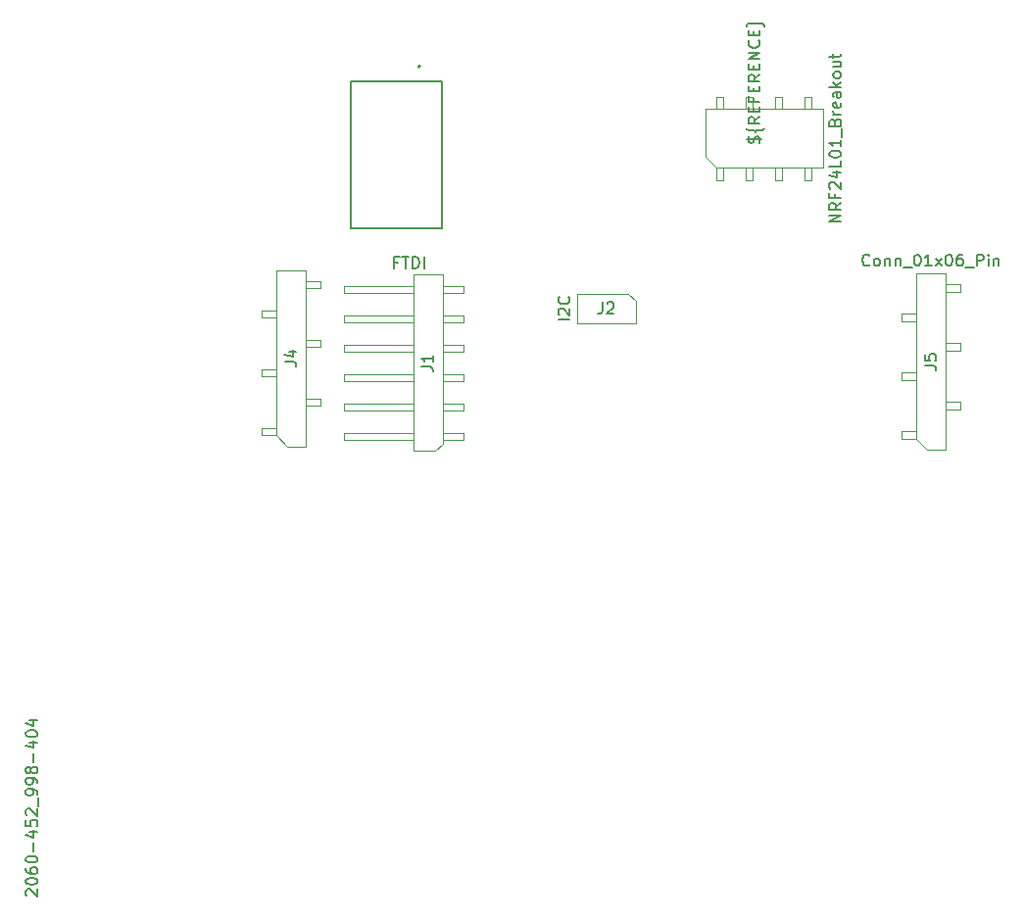
<source format=gbr>
%TF.GenerationSoftware,KiCad,Pcbnew,9.0.5-9.0.5~ubuntu24.04.1*%
%TF.CreationDate,2025-11-18T16:55:04+01:00*%
%TF.ProjectId,Nodo 2 MySensor,4e6f646f-2032-4204-9d79-53656e736f72,rev?*%
%TF.SameCoordinates,Original*%
%TF.FileFunction,AssemblyDrawing,Top*%
%FSLAX46Y46*%
G04 Gerber Fmt 4.6, Leading zero omitted, Abs format (unit mm)*
G04 Created by KiCad (PCBNEW 9.0.5-9.0.5~ubuntu24.04.1) date 2025-11-18 16:55:04*
%MOMM*%
%LPD*%
G01*
G04 APERTURE LIST*
%ADD10C,0.150000*%
%ADD11C,0.127000*%
%ADD12C,0.200000*%
%ADD13C,0.100000*%
G04 APERTURE END LIST*
D10*
X127197200Y-72094285D02*
X127244819Y-71951428D01*
X127244819Y-71951428D02*
X127244819Y-71713333D01*
X127244819Y-71713333D02*
X127197200Y-71618095D01*
X127197200Y-71618095D02*
X127149580Y-71570476D01*
X127149580Y-71570476D02*
X127054342Y-71522857D01*
X127054342Y-71522857D02*
X126959104Y-71522857D01*
X126959104Y-71522857D02*
X126863866Y-71570476D01*
X126863866Y-71570476D02*
X126816247Y-71618095D01*
X126816247Y-71618095D02*
X126768628Y-71713333D01*
X126768628Y-71713333D02*
X126721009Y-71903809D01*
X126721009Y-71903809D02*
X126673390Y-71999047D01*
X126673390Y-71999047D02*
X126625771Y-72046666D01*
X126625771Y-72046666D02*
X126530533Y-72094285D01*
X126530533Y-72094285D02*
X126435295Y-72094285D01*
X126435295Y-72094285D02*
X126340057Y-72046666D01*
X126340057Y-72046666D02*
X126292438Y-71999047D01*
X126292438Y-71999047D02*
X126244819Y-71903809D01*
X126244819Y-71903809D02*
X126244819Y-71665714D01*
X126244819Y-71665714D02*
X126292438Y-71522857D01*
X126101961Y-71808571D02*
X127387676Y-71808571D01*
X127625771Y-70808571D02*
X127625771Y-70856190D01*
X127625771Y-70856190D02*
X127578152Y-70951428D01*
X127578152Y-70951428D02*
X127482914Y-70999047D01*
X127482914Y-70999047D02*
X127006723Y-70999047D01*
X127006723Y-70999047D02*
X126911485Y-71046666D01*
X126911485Y-71046666D02*
X126863866Y-71141904D01*
X126863866Y-71141904D02*
X126816247Y-71046666D01*
X126816247Y-71046666D02*
X126721009Y-70999047D01*
X126721009Y-70999047D02*
X126244819Y-70999047D01*
X126244819Y-70999047D02*
X126149580Y-70951428D01*
X126149580Y-70951428D02*
X126101961Y-70856190D01*
X126101961Y-70856190D02*
X126101961Y-70808571D01*
X127244819Y-69856190D02*
X126768628Y-70189523D01*
X127244819Y-70427618D02*
X126244819Y-70427618D01*
X126244819Y-70427618D02*
X126244819Y-70046666D01*
X126244819Y-70046666D02*
X126292438Y-69951428D01*
X126292438Y-69951428D02*
X126340057Y-69903809D01*
X126340057Y-69903809D02*
X126435295Y-69856190D01*
X126435295Y-69856190D02*
X126578152Y-69856190D01*
X126578152Y-69856190D02*
X126673390Y-69903809D01*
X126673390Y-69903809D02*
X126721009Y-69951428D01*
X126721009Y-69951428D02*
X126768628Y-70046666D01*
X126768628Y-70046666D02*
X126768628Y-70427618D01*
X126721009Y-69427618D02*
X126721009Y-69094285D01*
X127244819Y-68951428D02*
X127244819Y-69427618D01*
X127244819Y-69427618D02*
X126244819Y-69427618D01*
X126244819Y-69427618D02*
X126244819Y-68951428D01*
X126721009Y-68189523D02*
X126721009Y-68522856D01*
X127244819Y-68522856D02*
X126244819Y-68522856D01*
X126244819Y-68522856D02*
X126244819Y-68046666D01*
X126721009Y-67665713D02*
X126721009Y-67332380D01*
X127244819Y-67189523D02*
X127244819Y-67665713D01*
X127244819Y-67665713D02*
X126244819Y-67665713D01*
X126244819Y-67665713D02*
X126244819Y-67189523D01*
X127244819Y-66189523D02*
X126768628Y-66522856D01*
X127244819Y-66760951D02*
X126244819Y-66760951D01*
X126244819Y-66760951D02*
X126244819Y-66379999D01*
X126244819Y-66379999D02*
X126292438Y-66284761D01*
X126292438Y-66284761D02*
X126340057Y-66237142D01*
X126340057Y-66237142D02*
X126435295Y-66189523D01*
X126435295Y-66189523D02*
X126578152Y-66189523D01*
X126578152Y-66189523D02*
X126673390Y-66237142D01*
X126673390Y-66237142D02*
X126721009Y-66284761D01*
X126721009Y-66284761D02*
X126768628Y-66379999D01*
X126768628Y-66379999D02*
X126768628Y-66760951D01*
X126721009Y-65760951D02*
X126721009Y-65427618D01*
X127244819Y-65284761D02*
X127244819Y-65760951D01*
X127244819Y-65760951D02*
X126244819Y-65760951D01*
X126244819Y-65760951D02*
X126244819Y-65284761D01*
X127244819Y-64856189D02*
X126244819Y-64856189D01*
X126244819Y-64856189D02*
X127244819Y-64284761D01*
X127244819Y-64284761D02*
X126244819Y-64284761D01*
X127149580Y-63237142D02*
X127197200Y-63284761D01*
X127197200Y-63284761D02*
X127244819Y-63427618D01*
X127244819Y-63427618D02*
X127244819Y-63522856D01*
X127244819Y-63522856D02*
X127197200Y-63665713D01*
X127197200Y-63665713D02*
X127101961Y-63760951D01*
X127101961Y-63760951D02*
X127006723Y-63808570D01*
X127006723Y-63808570D02*
X126816247Y-63856189D01*
X126816247Y-63856189D02*
X126673390Y-63856189D01*
X126673390Y-63856189D02*
X126482914Y-63808570D01*
X126482914Y-63808570D02*
X126387676Y-63760951D01*
X126387676Y-63760951D02*
X126292438Y-63665713D01*
X126292438Y-63665713D02*
X126244819Y-63522856D01*
X126244819Y-63522856D02*
X126244819Y-63427618D01*
X126244819Y-63427618D02*
X126292438Y-63284761D01*
X126292438Y-63284761D02*
X126340057Y-63237142D01*
X126721009Y-62808570D02*
X126721009Y-62475237D01*
X127244819Y-62332380D02*
X127244819Y-62808570D01*
X127244819Y-62808570D02*
X126244819Y-62808570D01*
X126244819Y-62808570D02*
X126244819Y-62332380D01*
X127625771Y-61999046D02*
X127625771Y-61951427D01*
X127625771Y-61951427D02*
X127578152Y-61856189D01*
X127578152Y-61856189D02*
X127482914Y-61808570D01*
X127482914Y-61808570D02*
X127006723Y-61808570D01*
X127006723Y-61808570D02*
X126911485Y-61760951D01*
X126911485Y-61760951D02*
X126863866Y-61665713D01*
X126863866Y-61665713D02*
X126816247Y-61760951D01*
X126816247Y-61760951D02*
X126721009Y-61808570D01*
X126721009Y-61808570D02*
X126244819Y-61808570D01*
X126244819Y-61808570D02*
X126149580Y-61856189D01*
X126149580Y-61856189D02*
X126101961Y-61951427D01*
X126101961Y-61951427D02*
X126101961Y-61999046D01*
X63925057Y-137151547D02*
X63877438Y-137103928D01*
X63877438Y-137103928D02*
X63829819Y-137008690D01*
X63829819Y-137008690D02*
X63829819Y-136770595D01*
X63829819Y-136770595D02*
X63877438Y-136675357D01*
X63877438Y-136675357D02*
X63925057Y-136627738D01*
X63925057Y-136627738D02*
X64020295Y-136580119D01*
X64020295Y-136580119D02*
X64115533Y-136580119D01*
X64115533Y-136580119D02*
X64258390Y-136627738D01*
X64258390Y-136627738D02*
X64829819Y-137199166D01*
X64829819Y-137199166D02*
X64829819Y-136580119D01*
X63829819Y-135961071D02*
X63829819Y-135865833D01*
X63829819Y-135865833D02*
X63877438Y-135770595D01*
X63877438Y-135770595D02*
X63925057Y-135722976D01*
X63925057Y-135722976D02*
X64020295Y-135675357D01*
X64020295Y-135675357D02*
X64210771Y-135627738D01*
X64210771Y-135627738D02*
X64448866Y-135627738D01*
X64448866Y-135627738D02*
X64639342Y-135675357D01*
X64639342Y-135675357D02*
X64734580Y-135722976D01*
X64734580Y-135722976D02*
X64782200Y-135770595D01*
X64782200Y-135770595D02*
X64829819Y-135865833D01*
X64829819Y-135865833D02*
X64829819Y-135961071D01*
X64829819Y-135961071D02*
X64782200Y-136056309D01*
X64782200Y-136056309D02*
X64734580Y-136103928D01*
X64734580Y-136103928D02*
X64639342Y-136151547D01*
X64639342Y-136151547D02*
X64448866Y-136199166D01*
X64448866Y-136199166D02*
X64210771Y-136199166D01*
X64210771Y-136199166D02*
X64020295Y-136151547D01*
X64020295Y-136151547D02*
X63925057Y-136103928D01*
X63925057Y-136103928D02*
X63877438Y-136056309D01*
X63877438Y-136056309D02*
X63829819Y-135961071D01*
X63829819Y-134770595D02*
X63829819Y-134961071D01*
X63829819Y-134961071D02*
X63877438Y-135056309D01*
X63877438Y-135056309D02*
X63925057Y-135103928D01*
X63925057Y-135103928D02*
X64067914Y-135199166D01*
X64067914Y-135199166D02*
X64258390Y-135246785D01*
X64258390Y-135246785D02*
X64639342Y-135246785D01*
X64639342Y-135246785D02*
X64734580Y-135199166D01*
X64734580Y-135199166D02*
X64782200Y-135151547D01*
X64782200Y-135151547D02*
X64829819Y-135056309D01*
X64829819Y-135056309D02*
X64829819Y-134865833D01*
X64829819Y-134865833D02*
X64782200Y-134770595D01*
X64782200Y-134770595D02*
X64734580Y-134722976D01*
X64734580Y-134722976D02*
X64639342Y-134675357D01*
X64639342Y-134675357D02*
X64401247Y-134675357D01*
X64401247Y-134675357D02*
X64306009Y-134722976D01*
X64306009Y-134722976D02*
X64258390Y-134770595D01*
X64258390Y-134770595D02*
X64210771Y-134865833D01*
X64210771Y-134865833D02*
X64210771Y-135056309D01*
X64210771Y-135056309D02*
X64258390Y-135151547D01*
X64258390Y-135151547D02*
X64306009Y-135199166D01*
X64306009Y-135199166D02*
X64401247Y-135246785D01*
X63829819Y-134056309D02*
X63829819Y-133961071D01*
X63829819Y-133961071D02*
X63877438Y-133865833D01*
X63877438Y-133865833D02*
X63925057Y-133818214D01*
X63925057Y-133818214D02*
X64020295Y-133770595D01*
X64020295Y-133770595D02*
X64210771Y-133722976D01*
X64210771Y-133722976D02*
X64448866Y-133722976D01*
X64448866Y-133722976D02*
X64639342Y-133770595D01*
X64639342Y-133770595D02*
X64734580Y-133818214D01*
X64734580Y-133818214D02*
X64782200Y-133865833D01*
X64782200Y-133865833D02*
X64829819Y-133961071D01*
X64829819Y-133961071D02*
X64829819Y-134056309D01*
X64829819Y-134056309D02*
X64782200Y-134151547D01*
X64782200Y-134151547D02*
X64734580Y-134199166D01*
X64734580Y-134199166D02*
X64639342Y-134246785D01*
X64639342Y-134246785D02*
X64448866Y-134294404D01*
X64448866Y-134294404D02*
X64210771Y-134294404D01*
X64210771Y-134294404D02*
X64020295Y-134246785D01*
X64020295Y-134246785D02*
X63925057Y-134199166D01*
X63925057Y-134199166D02*
X63877438Y-134151547D01*
X63877438Y-134151547D02*
X63829819Y-134056309D01*
X64448866Y-133294404D02*
X64448866Y-132532500D01*
X64163152Y-131627738D02*
X64829819Y-131627738D01*
X63782200Y-131865833D02*
X64496485Y-132103928D01*
X64496485Y-132103928D02*
X64496485Y-131484881D01*
X63829819Y-130627738D02*
X63829819Y-131103928D01*
X63829819Y-131103928D02*
X64306009Y-131151547D01*
X64306009Y-131151547D02*
X64258390Y-131103928D01*
X64258390Y-131103928D02*
X64210771Y-131008690D01*
X64210771Y-131008690D02*
X64210771Y-130770595D01*
X64210771Y-130770595D02*
X64258390Y-130675357D01*
X64258390Y-130675357D02*
X64306009Y-130627738D01*
X64306009Y-130627738D02*
X64401247Y-130580119D01*
X64401247Y-130580119D02*
X64639342Y-130580119D01*
X64639342Y-130580119D02*
X64734580Y-130627738D01*
X64734580Y-130627738D02*
X64782200Y-130675357D01*
X64782200Y-130675357D02*
X64829819Y-130770595D01*
X64829819Y-130770595D02*
X64829819Y-131008690D01*
X64829819Y-131008690D02*
X64782200Y-131103928D01*
X64782200Y-131103928D02*
X64734580Y-131151547D01*
X63925057Y-130199166D02*
X63877438Y-130151547D01*
X63877438Y-130151547D02*
X63829819Y-130056309D01*
X63829819Y-130056309D02*
X63829819Y-129818214D01*
X63829819Y-129818214D02*
X63877438Y-129722976D01*
X63877438Y-129722976D02*
X63925057Y-129675357D01*
X63925057Y-129675357D02*
X64020295Y-129627738D01*
X64020295Y-129627738D02*
X64115533Y-129627738D01*
X64115533Y-129627738D02*
X64258390Y-129675357D01*
X64258390Y-129675357D02*
X64829819Y-130246785D01*
X64829819Y-130246785D02*
X64829819Y-129627738D01*
X64925057Y-129437262D02*
X64925057Y-128675357D01*
X64829819Y-128389642D02*
X64829819Y-128199166D01*
X64829819Y-128199166D02*
X64782200Y-128103928D01*
X64782200Y-128103928D02*
X64734580Y-128056309D01*
X64734580Y-128056309D02*
X64591723Y-127961071D01*
X64591723Y-127961071D02*
X64401247Y-127913452D01*
X64401247Y-127913452D02*
X64020295Y-127913452D01*
X64020295Y-127913452D02*
X63925057Y-127961071D01*
X63925057Y-127961071D02*
X63877438Y-128008690D01*
X63877438Y-128008690D02*
X63829819Y-128103928D01*
X63829819Y-128103928D02*
X63829819Y-128294404D01*
X63829819Y-128294404D02*
X63877438Y-128389642D01*
X63877438Y-128389642D02*
X63925057Y-128437261D01*
X63925057Y-128437261D02*
X64020295Y-128484880D01*
X64020295Y-128484880D02*
X64258390Y-128484880D01*
X64258390Y-128484880D02*
X64353628Y-128437261D01*
X64353628Y-128437261D02*
X64401247Y-128389642D01*
X64401247Y-128389642D02*
X64448866Y-128294404D01*
X64448866Y-128294404D02*
X64448866Y-128103928D01*
X64448866Y-128103928D02*
X64401247Y-128008690D01*
X64401247Y-128008690D02*
X64353628Y-127961071D01*
X64353628Y-127961071D02*
X64258390Y-127913452D01*
X64829819Y-127437261D02*
X64829819Y-127246785D01*
X64829819Y-127246785D02*
X64782200Y-127151547D01*
X64782200Y-127151547D02*
X64734580Y-127103928D01*
X64734580Y-127103928D02*
X64591723Y-127008690D01*
X64591723Y-127008690D02*
X64401247Y-126961071D01*
X64401247Y-126961071D02*
X64020295Y-126961071D01*
X64020295Y-126961071D02*
X63925057Y-127008690D01*
X63925057Y-127008690D02*
X63877438Y-127056309D01*
X63877438Y-127056309D02*
X63829819Y-127151547D01*
X63829819Y-127151547D02*
X63829819Y-127342023D01*
X63829819Y-127342023D02*
X63877438Y-127437261D01*
X63877438Y-127437261D02*
X63925057Y-127484880D01*
X63925057Y-127484880D02*
X64020295Y-127532499D01*
X64020295Y-127532499D02*
X64258390Y-127532499D01*
X64258390Y-127532499D02*
X64353628Y-127484880D01*
X64353628Y-127484880D02*
X64401247Y-127437261D01*
X64401247Y-127437261D02*
X64448866Y-127342023D01*
X64448866Y-127342023D02*
X64448866Y-127151547D01*
X64448866Y-127151547D02*
X64401247Y-127056309D01*
X64401247Y-127056309D02*
X64353628Y-127008690D01*
X64353628Y-127008690D02*
X64258390Y-126961071D01*
X64258390Y-126389642D02*
X64210771Y-126484880D01*
X64210771Y-126484880D02*
X64163152Y-126532499D01*
X64163152Y-126532499D02*
X64067914Y-126580118D01*
X64067914Y-126580118D02*
X64020295Y-126580118D01*
X64020295Y-126580118D02*
X63925057Y-126532499D01*
X63925057Y-126532499D02*
X63877438Y-126484880D01*
X63877438Y-126484880D02*
X63829819Y-126389642D01*
X63829819Y-126389642D02*
X63829819Y-126199166D01*
X63829819Y-126199166D02*
X63877438Y-126103928D01*
X63877438Y-126103928D02*
X63925057Y-126056309D01*
X63925057Y-126056309D02*
X64020295Y-126008690D01*
X64020295Y-126008690D02*
X64067914Y-126008690D01*
X64067914Y-126008690D02*
X64163152Y-126056309D01*
X64163152Y-126056309D02*
X64210771Y-126103928D01*
X64210771Y-126103928D02*
X64258390Y-126199166D01*
X64258390Y-126199166D02*
X64258390Y-126389642D01*
X64258390Y-126389642D02*
X64306009Y-126484880D01*
X64306009Y-126484880D02*
X64353628Y-126532499D01*
X64353628Y-126532499D02*
X64448866Y-126580118D01*
X64448866Y-126580118D02*
X64639342Y-126580118D01*
X64639342Y-126580118D02*
X64734580Y-126532499D01*
X64734580Y-126532499D02*
X64782200Y-126484880D01*
X64782200Y-126484880D02*
X64829819Y-126389642D01*
X64829819Y-126389642D02*
X64829819Y-126199166D01*
X64829819Y-126199166D02*
X64782200Y-126103928D01*
X64782200Y-126103928D02*
X64734580Y-126056309D01*
X64734580Y-126056309D02*
X64639342Y-126008690D01*
X64639342Y-126008690D02*
X64448866Y-126008690D01*
X64448866Y-126008690D02*
X64353628Y-126056309D01*
X64353628Y-126056309D02*
X64306009Y-126103928D01*
X64306009Y-126103928D02*
X64258390Y-126199166D01*
X64448866Y-125580118D02*
X64448866Y-124818214D01*
X64163152Y-123913452D02*
X64829819Y-123913452D01*
X63782200Y-124151547D02*
X64496485Y-124389642D01*
X64496485Y-124389642D02*
X64496485Y-123770595D01*
X63829819Y-123199166D02*
X63829819Y-123103928D01*
X63829819Y-123103928D02*
X63877438Y-123008690D01*
X63877438Y-123008690D02*
X63925057Y-122961071D01*
X63925057Y-122961071D02*
X64020295Y-122913452D01*
X64020295Y-122913452D02*
X64210771Y-122865833D01*
X64210771Y-122865833D02*
X64448866Y-122865833D01*
X64448866Y-122865833D02*
X64639342Y-122913452D01*
X64639342Y-122913452D02*
X64734580Y-122961071D01*
X64734580Y-122961071D02*
X64782200Y-123008690D01*
X64782200Y-123008690D02*
X64829819Y-123103928D01*
X64829819Y-123103928D02*
X64829819Y-123199166D01*
X64829819Y-123199166D02*
X64782200Y-123294404D01*
X64782200Y-123294404D02*
X64734580Y-123342023D01*
X64734580Y-123342023D02*
X64639342Y-123389642D01*
X64639342Y-123389642D02*
X64448866Y-123437261D01*
X64448866Y-123437261D02*
X64210771Y-123437261D01*
X64210771Y-123437261D02*
X64020295Y-123389642D01*
X64020295Y-123389642D02*
X63925057Y-123342023D01*
X63925057Y-123342023D02*
X63877438Y-123294404D01*
X63877438Y-123294404D02*
X63829819Y-123199166D01*
X64163152Y-122008690D02*
X64829819Y-122008690D01*
X63782200Y-122246785D02*
X64496485Y-122484880D01*
X64496485Y-122484880D02*
X64496485Y-121865833D01*
X110824819Y-87387189D02*
X109824819Y-87387189D01*
X109920057Y-86958618D02*
X109872438Y-86910999D01*
X109872438Y-86910999D02*
X109824819Y-86815761D01*
X109824819Y-86815761D02*
X109824819Y-86577666D01*
X109824819Y-86577666D02*
X109872438Y-86482428D01*
X109872438Y-86482428D02*
X109920057Y-86434809D01*
X109920057Y-86434809D02*
X110015295Y-86387190D01*
X110015295Y-86387190D02*
X110110533Y-86387190D01*
X110110533Y-86387190D02*
X110253390Y-86434809D01*
X110253390Y-86434809D02*
X110824819Y-87006237D01*
X110824819Y-87006237D02*
X110824819Y-86387190D01*
X110729580Y-85387190D02*
X110777200Y-85434809D01*
X110777200Y-85434809D02*
X110824819Y-85577666D01*
X110824819Y-85577666D02*
X110824819Y-85672904D01*
X110824819Y-85672904D02*
X110777200Y-85815761D01*
X110777200Y-85815761D02*
X110681961Y-85910999D01*
X110681961Y-85910999D02*
X110586723Y-85958618D01*
X110586723Y-85958618D02*
X110396247Y-86006237D01*
X110396247Y-86006237D02*
X110253390Y-86006237D01*
X110253390Y-86006237D02*
X110062914Y-85958618D01*
X110062914Y-85958618D02*
X109967676Y-85910999D01*
X109967676Y-85910999D02*
X109872438Y-85815761D01*
X109872438Y-85815761D02*
X109824819Y-85672904D01*
X109824819Y-85672904D02*
X109824819Y-85577666D01*
X109824819Y-85577666D02*
X109872438Y-85434809D01*
X109872438Y-85434809D02*
X109920057Y-85387190D01*
X113636666Y-85865819D02*
X113636666Y-86580104D01*
X113636666Y-86580104D02*
X113589047Y-86722961D01*
X113589047Y-86722961D02*
X113493809Y-86818200D01*
X113493809Y-86818200D02*
X113350952Y-86865819D01*
X113350952Y-86865819D02*
X113255714Y-86865819D01*
X114065238Y-85961057D02*
X114112857Y-85913438D01*
X114112857Y-85913438D02*
X114208095Y-85865819D01*
X114208095Y-85865819D02*
X114446190Y-85865819D01*
X114446190Y-85865819D02*
X114541428Y-85913438D01*
X114541428Y-85913438D02*
X114589047Y-85961057D01*
X114589047Y-85961057D02*
X114636666Y-86056295D01*
X114636666Y-86056295D02*
X114636666Y-86151533D01*
X114636666Y-86151533D02*
X114589047Y-86294390D01*
X114589047Y-86294390D02*
X114017619Y-86865819D01*
X114017619Y-86865819D02*
X114636666Y-86865819D01*
X136725475Y-82639580D02*
X136677856Y-82687200D01*
X136677856Y-82687200D02*
X136534999Y-82734819D01*
X136534999Y-82734819D02*
X136439761Y-82734819D01*
X136439761Y-82734819D02*
X136296904Y-82687200D01*
X136296904Y-82687200D02*
X136201666Y-82591961D01*
X136201666Y-82591961D02*
X136154047Y-82496723D01*
X136154047Y-82496723D02*
X136106428Y-82306247D01*
X136106428Y-82306247D02*
X136106428Y-82163390D01*
X136106428Y-82163390D02*
X136154047Y-81972914D01*
X136154047Y-81972914D02*
X136201666Y-81877676D01*
X136201666Y-81877676D02*
X136296904Y-81782438D01*
X136296904Y-81782438D02*
X136439761Y-81734819D01*
X136439761Y-81734819D02*
X136534999Y-81734819D01*
X136534999Y-81734819D02*
X136677856Y-81782438D01*
X136677856Y-81782438D02*
X136725475Y-81830057D01*
X137296904Y-82734819D02*
X137201666Y-82687200D01*
X137201666Y-82687200D02*
X137154047Y-82639580D01*
X137154047Y-82639580D02*
X137106428Y-82544342D01*
X137106428Y-82544342D02*
X137106428Y-82258628D01*
X137106428Y-82258628D02*
X137154047Y-82163390D01*
X137154047Y-82163390D02*
X137201666Y-82115771D01*
X137201666Y-82115771D02*
X137296904Y-82068152D01*
X137296904Y-82068152D02*
X137439761Y-82068152D01*
X137439761Y-82068152D02*
X137534999Y-82115771D01*
X137534999Y-82115771D02*
X137582618Y-82163390D01*
X137582618Y-82163390D02*
X137630237Y-82258628D01*
X137630237Y-82258628D02*
X137630237Y-82544342D01*
X137630237Y-82544342D02*
X137582618Y-82639580D01*
X137582618Y-82639580D02*
X137534999Y-82687200D01*
X137534999Y-82687200D02*
X137439761Y-82734819D01*
X137439761Y-82734819D02*
X137296904Y-82734819D01*
X138058809Y-82068152D02*
X138058809Y-82734819D01*
X138058809Y-82163390D02*
X138106428Y-82115771D01*
X138106428Y-82115771D02*
X138201666Y-82068152D01*
X138201666Y-82068152D02*
X138344523Y-82068152D01*
X138344523Y-82068152D02*
X138439761Y-82115771D01*
X138439761Y-82115771D02*
X138487380Y-82211009D01*
X138487380Y-82211009D02*
X138487380Y-82734819D01*
X138963571Y-82068152D02*
X138963571Y-82734819D01*
X138963571Y-82163390D02*
X139011190Y-82115771D01*
X139011190Y-82115771D02*
X139106428Y-82068152D01*
X139106428Y-82068152D02*
X139249285Y-82068152D01*
X139249285Y-82068152D02*
X139344523Y-82115771D01*
X139344523Y-82115771D02*
X139392142Y-82211009D01*
X139392142Y-82211009D02*
X139392142Y-82734819D01*
X139630238Y-82830057D02*
X140392142Y-82830057D01*
X140820714Y-81734819D02*
X140915952Y-81734819D01*
X140915952Y-81734819D02*
X141011190Y-81782438D01*
X141011190Y-81782438D02*
X141058809Y-81830057D01*
X141058809Y-81830057D02*
X141106428Y-81925295D01*
X141106428Y-81925295D02*
X141154047Y-82115771D01*
X141154047Y-82115771D02*
X141154047Y-82353866D01*
X141154047Y-82353866D02*
X141106428Y-82544342D01*
X141106428Y-82544342D02*
X141058809Y-82639580D01*
X141058809Y-82639580D02*
X141011190Y-82687200D01*
X141011190Y-82687200D02*
X140915952Y-82734819D01*
X140915952Y-82734819D02*
X140820714Y-82734819D01*
X140820714Y-82734819D02*
X140725476Y-82687200D01*
X140725476Y-82687200D02*
X140677857Y-82639580D01*
X140677857Y-82639580D02*
X140630238Y-82544342D01*
X140630238Y-82544342D02*
X140582619Y-82353866D01*
X140582619Y-82353866D02*
X140582619Y-82115771D01*
X140582619Y-82115771D02*
X140630238Y-81925295D01*
X140630238Y-81925295D02*
X140677857Y-81830057D01*
X140677857Y-81830057D02*
X140725476Y-81782438D01*
X140725476Y-81782438D02*
X140820714Y-81734819D01*
X142106428Y-82734819D02*
X141535000Y-82734819D01*
X141820714Y-82734819D02*
X141820714Y-81734819D01*
X141820714Y-81734819D02*
X141725476Y-81877676D01*
X141725476Y-81877676D02*
X141630238Y-81972914D01*
X141630238Y-81972914D02*
X141535000Y-82020533D01*
X142439762Y-82734819D02*
X142963571Y-82068152D01*
X142439762Y-82068152D02*
X142963571Y-82734819D01*
X143535000Y-81734819D02*
X143630238Y-81734819D01*
X143630238Y-81734819D02*
X143725476Y-81782438D01*
X143725476Y-81782438D02*
X143773095Y-81830057D01*
X143773095Y-81830057D02*
X143820714Y-81925295D01*
X143820714Y-81925295D02*
X143868333Y-82115771D01*
X143868333Y-82115771D02*
X143868333Y-82353866D01*
X143868333Y-82353866D02*
X143820714Y-82544342D01*
X143820714Y-82544342D02*
X143773095Y-82639580D01*
X143773095Y-82639580D02*
X143725476Y-82687200D01*
X143725476Y-82687200D02*
X143630238Y-82734819D01*
X143630238Y-82734819D02*
X143535000Y-82734819D01*
X143535000Y-82734819D02*
X143439762Y-82687200D01*
X143439762Y-82687200D02*
X143392143Y-82639580D01*
X143392143Y-82639580D02*
X143344524Y-82544342D01*
X143344524Y-82544342D02*
X143296905Y-82353866D01*
X143296905Y-82353866D02*
X143296905Y-82115771D01*
X143296905Y-82115771D02*
X143344524Y-81925295D01*
X143344524Y-81925295D02*
X143392143Y-81830057D01*
X143392143Y-81830057D02*
X143439762Y-81782438D01*
X143439762Y-81782438D02*
X143535000Y-81734819D01*
X144725476Y-81734819D02*
X144535000Y-81734819D01*
X144535000Y-81734819D02*
X144439762Y-81782438D01*
X144439762Y-81782438D02*
X144392143Y-81830057D01*
X144392143Y-81830057D02*
X144296905Y-81972914D01*
X144296905Y-81972914D02*
X144249286Y-82163390D01*
X144249286Y-82163390D02*
X144249286Y-82544342D01*
X144249286Y-82544342D02*
X144296905Y-82639580D01*
X144296905Y-82639580D02*
X144344524Y-82687200D01*
X144344524Y-82687200D02*
X144439762Y-82734819D01*
X144439762Y-82734819D02*
X144630238Y-82734819D01*
X144630238Y-82734819D02*
X144725476Y-82687200D01*
X144725476Y-82687200D02*
X144773095Y-82639580D01*
X144773095Y-82639580D02*
X144820714Y-82544342D01*
X144820714Y-82544342D02*
X144820714Y-82306247D01*
X144820714Y-82306247D02*
X144773095Y-82211009D01*
X144773095Y-82211009D02*
X144725476Y-82163390D01*
X144725476Y-82163390D02*
X144630238Y-82115771D01*
X144630238Y-82115771D02*
X144439762Y-82115771D01*
X144439762Y-82115771D02*
X144344524Y-82163390D01*
X144344524Y-82163390D02*
X144296905Y-82211009D01*
X144296905Y-82211009D02*
X144249286Y-82306247D01*
X145011191Y-82830057D02*
X145773095Y-82830057D01*
X146011191Y-82734819D02*
X146011191Y-81734819D01*
X146011191Y-81734819D02*
X146392143Y-81734819D01*
X146392143Y-81734819D02*
X146487381Y-81782438D01*
X146487381Y-81782438D02*
X146535000Y-81830057D01*
X146535000Y-81830057D02*
X146582619Y-81925295D01*
X146582619Y-81925295D02*
X146582619Y-82068152D01*
X146582619Y-82068152D02*
X146535000Y-82163390D01*
X146535000Y-82163390D02*
X146487381Y-82211009D01*
X146487381Y-82211009D02*
X146392143Y-82258628D01*
X146392143Y-82258628D02*
X146011191Y-82258628D01*
X147011191Y-82734819D02*
X147011191Y-82068152D01*
X147011191Y-81734819D02*
X146963572Y-81782438D01*
X146963572Y-81782438D02*
X147011191Y-81830057D01*
X147011191Y-81830057D02*
X147058810Y-81782438D01*
X147058810Y-81782438D02*
X147011191Y-81734819D01*
X147011191Y-81734819D02*
X147011191Y-81830057D01*
X147487381Y-82068152D02*
X147487381Y-82734819D01*
X147487381Y-82163390D02*
X147535000Y-82115771D01*
X147535000Y-82115771D02*
X147630238Y-82068152D01*
X147630238Y-82068152D02*
X147773095Y-82068152D01*
X147773095Y-82068152D02*
X147868333Y-82115771D01*
X147868333Y-82115771D02*
X147915952Y-82211009D01*
X147915952Y-82211009D02*
X147915952Y-82734819D01*
X141489819Y-91343333D02*
X142204104Y-91343333D01*
X142204104Y-91343333D02*
X142346961Y-91390952D01*
X142346961Y-91390952D02*
X142442200Y-91486190D01*
X142442200Y-91486190D02*
X142489819Y-91629047D01*
X142489819Y-91629047D02*
X142489819Y-91724285D01*
X141489819Y-90390952D02*
X141489819Y-90867142D01*
X141489819Y-90867142D02*
X141966009Y-90914761D01*
X141966009Y-90914761D02*
X141918390Y-90867142D01*
X141918390Y-90867142D02*
X141870771Y-90771904D01*
X141870771Y-90771904D02*
X141870771Y-90533809D01*
X141870771Y-90533809D02*
X141918390Y-90438571D01*
X141918390Y-90438571D02*
X141966009Y-90390952D01*
X141966009Y-90390952D02*
X142061247Y-90343333D01*
X142061247Y-90343333D02*
X142299342Y-90343333D01*
X142299342Y-90343333D02*
X142394580Y-90390952D01*
X142394580Y-90390952D02*
X142442200Y-90438571D01*
X142442200Y-90438571D02*
X142489819Y-90533809D01*
X142489819Y-90533809D02*
X142489819Y-90771904D01*
X142489819Y-90771904D02*
X142442200Y-90867142D01*
X142442200Y-90867142D02*
X142394580Y-90914761D01*
X86209819Y-91033333D02*
X86924104Y-91033333D01*
X86924104Y-91033333D02*
X87066961Y-91080952D01*
X87066961Y-91080952D02*
X87162200Y-91176190D01*
X87162200Y-91176190D02*
X87209819Y-91319047D01*
X87209819Y-91319047D02*
X87209819Y-91414285D01*
X86543152Y-90128571D02*
X87209819Y-90128571D01*
X86162200Y-90366666D02*
X86876485Y-90604761D01*
X86876485Y-90604761D02*
X86876485Y-89985714D01*
X95965809Y-82421009D02*
X95632476Y-82421009D01*
X95632476Y-82944819D02*
X95632476Y-81944819D01*
X95632476Y-81944819D02*
X96108666Y-81944819D01*
X96346762Y-81944819D02*
X96918190Y-81944819D01*
X96632476Y-82944819D02*
X96632476Y-81944819D01*
X97251524Y-82944819D02*
X97251524Y-81944819D01*
X97251524Y-81944819D02*
X97489619Y-81944819D01*
X97489619Y-81944819D02*
X97632476Y-81992438D01*
X97632476Y-81992438D02*
X97727714Y-82087676D01*
X97727714Y-82087676D02*
X97775333Y-82182914D01*
X97775333Y-82182914D02*
X97822952Y-82373390D01*
X97822952Y-82373390D02*
X97822952Y-82516247D01*
X97822952Y-82516247D02*
X97775333Y-82706723D01*
X97775333Y-82706723D02*
X97727714Y-82801961D01*
X97727714Y-82801961D02*
X97632476Y-82897200D01*
X97632476Y-82897200D02*
X97489619Y-82944819D01*
X97489619Y-82944819D02*
X97251524Y-82944819D01*
X98251524Y-82944819D02*
X98251524Y-81944819D01*
X98011819Y-91443333D02*
X98726104Y-91443333D01*
X98726104Y-91443333D02*
X98868961Y-91490952D01*
X98868961Y-91490952D02*
X98964200Y-91586190D01*
X98964200Y-91586190D02*
X99011819Y-91729047D01*
X99011819Y-91729047D02*
X99011819Y-91824285D01*
X99011819Y-90443333D02*
X99011819Y-91014761D01*
X99011819Y-90729047D02*
X98011819Y-90729047D01*
X98011819Y-90729047D02*
X98154676Y-90824285D01*
X98154676Y-90824285D02*
X98249914Y-90919523D01*
X98249914Y-90919523D02*
X98297533Y-91014761D01*
X134254819Y-78915476D02*
X133254819Y-78915476D01*
X133254819Y-78915476D02*
X134254819Y-78344048D01*
X134254819Y-78344048D02*
X133254819Y-78344048D01*
X134254819Y-77296429D02*
X133778628Y-77629762D01*
X134254819Y-77867857D02*
X133254819Y-77867857D01*
X133254819Y-77867857D02*
X133254819Y-77486905D01*
X133254819Y-77486905D02*
X133302438Y-77391667D01*
X133302438Y-77391667D02*
X133350057Y-77344048D01*
X133350057Y-77344048D02*
X133445295Y-77296429D01*
X133445295Y-77296429D02*
X133588152Y-77296429D01*
X133588152Y-77296429D02*
X133683390Y-77344048D01*
X133683390Y-77344048D02*
X133731009Y-77391667D01*
X133731009Y-77391667D02*
X133778628Y-77486905D01*
X133778628Y-77486905D02*
X133778628Y-77867857D01*
X133731009Y-76534524D02*
X133731009Y-76867857D01*
X134254819Y-76867857D02*
X133254819Y-76867857D01*
X133254819Y-76867857D02*
X133254819Y-76391667D01*
X133350057Y-76058333D02*
X133302438Y-76010714D01*
X133302438Y-76010714D02*
X133254819Y-75915476D01*
X133254819Y-75915476D02*
X133254819Y-75677381D01*
X133254819Y-75677381D02*
X133302438Y-75582143D01*
X133302438Y-75582143D02*
X133350057Y-75534524D01*
X133350057Y-75534524D02*
X133445295Y-75486905D01*
X133445295Y-75486905D02*
X133540533Y-75486905D01*
X133540533Y-75486905D02*
X133683390Y-75534524D01*
X133683390Y-75534524D02*
X134254819Y-76105952D01*
X134254819Y-76105952D02*
X134254819Y-75486905D01*
X133588152Y-74629762D02*
X134254819Y-74629762D01*
X133207200Y-74867857D02*
X133921485Y-75105952D01*
X133921485Y-75105952D02*
X133921485Y-74486905D01*
X134254819Y-73629762D02*
X134254819Y-74105952D01*
X134254819Y-74105952D02*
X133254819Y-74105952D01*
X133254819Y-73105952D02*
X133254819Y-73010714D01*
X133254819Y-73010714D02*
X133302438Y-72915476D01*
X133302438Y-72915476D02*
X133350057Y-72867857D01*
X133350057Y-72867857D02*
X133445295Y-72820238D01*
X133445295Y-72820238D02*
X133635771Y-72772619D01*
X133635771Y-72772619D02*
X133873866Y-72772619D01*
X133873866Y-72772619D02*
X134064342Y-72820238D01*
X134064342Y-72820238D02*
X134159580Y-72867857D01*
X134159580Y-72867857D02*
X134207200Y-72915476D01*
X134207200Y-72915476D02*
X134254819Y-73010714D01*
X134254819Y-73010714D02*
X134254819Y-73105952D01*
X134254819Y-73105952D02*
X134207200Y-73201190D01*
X134207200Y-73201190D02*
X134159580Y-73248809D01*
X134159580Y-73248809D02*
X134064342Y-73296428D01*
X134064342Y-73296428D02*
X133873866Y-73344047D01*
X133873866Y-73344047D02*
X133635771Y-73344047D01*
X133635771Y-73344047D02*
X133445295Y-73296428D01*
X133445295Y-73296428D02*
X133350057Y-73248809D01*
X133350057Y-73248809D02*
X133302438Y-73201190D01*
X133302438Y-73201190D02*
X133254819Y-73105952D01*
X134254819Y-71820238D02*
X134254819Y-72391666D01*
X134254819Y-72105952D02*
X133254819Y-72105952D01*
X133254819Y-72105952D02*
X133397676Y-72201190D01*
X133397676Y-72201190D02*
X133492914Y-72296428D01*
X133492914Y-72296428D02*
X133540533Y-72391666D01*
X134350057Y-71629762D02*
X134350057Y-70867857D01*
X133731009Y-70296428D02*
X133778628Y-70153571D01*
X133778628Y-70153571D02*
X133826247Y-70105952D01*
X133826247Y-70105952D02*
X133921485Y-70058333D01*
X133921485Y-70058333D02*
X134064342Y-70058333D01*
X134064342Y-70058333D02*
X134159580Y-70105952D01*
X134159580Y-70105952D02*
X134207200Y-70153571D01*
X134207200Y-70153571D02*
X134254819Y-70248809D01*
X134254819Y-70248809D02*
X134254819Y-70629761D01*
X134254819Y-70629761D02*
X133254819Y-70629761D01*
X133254819Y-70629761D02*
X133254819Y-70296428D01*
X133254819Y-70296428D02*
X133302438Y-70201190D01*
X133302438Y-70201190D02*
X133350057Y-70153571D01*
X133350057Y-70153571D02*
X133445295Y-70105952D01*
X133445295Y-70105952D02*
X133540533Y-70105952D01*
X133540533Y-70105952D02*
X133635771Y-70153571D01*
X133635771Y-70153571D02*
X133683390Y-70201190D01*
X133683390Y-70201190D02*
X133731009Y-70296428D01*
X133731009Y-70296428D02*
X133731009Y-70629761D01*
X134254819Y-69629761D02*
X133588152Y-69629761D01*
X133778628Y-69629761D02*
X133683390Y-69582142D01*
X133683390Y-69582142D02*
X133635771Y-69534523D01*
X133635771Y-69534523D02*
X133588152Y-69439285D01*
X133588152Y-69439285D02*
X133588152Y-69344047D01*
X134207200Y-68629761D02*
X134254819Y-68724999D01*
X134254819Y-68724999D02*
X134254819Y-68915475D01*
X134254819Y-68915475D02*
X134207200Y-69010713D01*
X134207200Y-69010713D02*
X134111961Y-69058332D01*
X134111961Y-69058332D02*
X133731009Y-69058332D01*
X133731009Y-69058332D02*
X133635771Y-69010713D01*
X133635771Y-69010713D02*
X133588152Y-68915475D01*
X133588152Y-68915475D02*
X133588152Y-68724999D01*
X133588152Y-68724999D02*
X133635771Y-68629761D01*
X133635771Y-68629761D02*
X133731009Y-68582142D01*
X133731009Y-68582142D02*
X133826247Y-68582142D01*
X133826247Y-68582142D02*
X133921485Y-69058332D01*
X134254819Y-67724999D02*
X133731009Y-67724999D01*
X133731009Y-67724999D02*
X133635771Y-67772618D01*
X133635771Y-67772618D02*
X133588152Y-67867856D01*
X133588152Y-67867856D02*
X133588152Y-68058332D01*
X133588152Y-68058332D02*
X133635771Y-68153570D01*
X134207200Y-67724999D02*
X134254819Y-67820237D01*
X134254819Y-67820237D02*
X134254819Y-68058332D01*
X134254819Y-68058332D02*
X134207200Y-68153570D01*
X134207200Y-68153570D02*
X134111961Y-68201189D01*
X134111961Y-68201189D02*
X134016723Y-68201189D01*
X134016723Y-68201189D02*
X133921485Y-68153570D01*
X133921485Y-68153570D02*
X133873866Y-68058332D01*
X133873866Y-68058332D02*
X133873866Y-67820237D01*
X133873866Y-67820237D02*
X133826247Y-67724999D01*
X134254819Y-67248808D02*
X133254819Y-67248808D01*
X133873866Y-67153570D02*
X134254819Y-66867856D01*
X133588152Y-66867856D02*
X133969104Y-67248808D01*
X134254819Y-66296427D02*
X134207200Y-66391665D01*
X134207200Y-66391665D02*
X134159580Y-66439284D01*
X134159580Y-66439284D02*
X134064342Y-66486903D01*
X134064342Y-66486903D02*
X133778628Y-66486903D01*
X133778628Y-66486903D02*
X133683390Y-66439284D01*
X133683390Y-66439284D02*
X133635771Y-66391665D01*
X133635771Y-66391665D02*
X133588152Y-66296427D01*
X133588152Y-66296427D02*
X133588152Y-66153570D01*
X133588152Y-66153570D02*
X133635771Y-66058332D01*
X133635771Y-66058332D02*
X133683390Y-66010713D01*
X133683390Y-66010713D02*
X133778628Y-65963094D01*
X133778628Y-65963094D02*
X134064342Y-65963094D01*
X134064342Y-65963094D02*
X134159580Y-66010713D01*
X134159580Y-66010713D02*
X134207200Y-66058332D01*
X134207200Y-66058332D02*
X134254819Y-66153570D01*
X134254819Y-66153570D02*
X134254819Y-66296427D01*
X133588152Y-65105951D02*
X134254819Y-65105951D01*
X133588152Y-65534522D02*
X134111961Y-65534522D01*
X134111961Y-65534522D02*
X134207200Y-65486903D01*
X134207200Y-65486903D02*
X134254819Y-65391665D01*
X134254819Y-65391665D02*
X134254819Y-65248808D01*
X134254819Y-65248808D02*
X134207200Y-65153570D01*
X134207200Y-65153570D02*
X134159580Y-65105951D01*
X133588152Y-64772617D02*
X133588152Y-64391665D01*
X133254819Y-64629760D02*
X134111961Y-64629760D01*
X134111961Y-64629760D02*
X134207200Y-64582141D01*
X134207200Y-64582141D02*
X134254819Y-64486903D01*
X134254819Y-64486903D02*
X134254819Y-64391665D01*
D11*
%TO.C,J8*%
X91880000Y-66747500D02*
X91880000Y-79447500D01*
X91880000Y-79447500D02*
X99780000Y-79447500D01*
X99780000Y-66747500D02*
X91880000Y-66747500D01*
X99780000Y-79447500D02*
X99780000Y-66747500D01*
D12*
X97930000Y-65497500D02*
G75*
G02*
X97730000Y-65497500I-100000J0D01*
G01*
X97730000Y-65497500D02*
G75*
G02*
X97930000Y-65497500I100000J0D01*
G01*
D13*
%TO.C,J2*%
X111430000Y-85141000D02*
X115875000Y-85141000D01*
X111430000Y-87681000D02*
X111430000Y-85141000D01*
X115875000Y-85141000D02*
X116510000Y-85776000D01*
X116510000Y-85776000D02*
X116510000Y-87681000D01*
X116510000Y-87681000D02*
X111430000Y-87681000D01*
%TO.C,J5*%
X139495000Y-86880000D02*
X140765000Y-86880000D01*
X139495000Y-87520000D02*
X139495000Y-86880000D01*
X139495000Y-91960000D02*
X140765000Y-91960000D01*
X139495000Y-92600000D02*
X139495000Y-91960000D01*
X139495000Y-97040000D02*
X140765000Y-97040000D01*
X139495000Y-97680000D02*
X139495000Y-97040000D01*
X140765000Y-83390000D02*
X140765000Y-97680000D01*
X140765000Y-83390000D02*
X143305000Y-83390000D01*
X140765000Y-87520000D02*
X139495000Y-87520000D01*
X140765000Y-92600000D02*
X139495000Y-92600000D01*
X140765000Y-97680000D02*
X139495000Y-97680000D01*
X140765000Y-97680000D02*
X141715000Y-98630000D01*
X143305000Y-84980000D02*
X144575000Y-84980000D01*
X143305000Y-90060000D02*
X144575000Y-90060000D01*
X143305000Y-95140000D02*
X144575000Y-95140000D01*
X143305000Y-98630000D02*
X141715000Y-98630000D01*
X143305000Y-98630000D02*
X143305000Y-83390000D01*
X144575000Y-84340000D02*
X143305000Y-84340000D01*
X144575000Y-84980000D02*
X144575000Y-84340000D01*
X144575000Y-89420000D02*
X143305000Y-89420000D01*
X144575000Y-90060000D02*
X144575000Y-89420000D01*
X144575000Y-94500000D02*
X143305000Y-94500000D01*
X144575000Y-95140000D02*
X144575000Y-94500000D01*
%TO.C,J4*%
X84215000Y-86570000D02*
X85485000Y-86570000D01*
X84215000Y-87210000D02*
X84215000Y-86570000D01*
X84215000Y-91650000D02*
X85485000Y-91650000D01*
X84215000Y-92290000D02*
X84215000Y-91650000D01*
X84215000Y-96730000D02*
X85485000Y-96730000D01*
X84215000Y-97370000D02*
X84215000Y-96730000D01*
X85485000Y-83080000D02*
X85485000Y-97370000D01*
X85485000Y-83080000D02*
X88025000Y-83080000D01*
X85485000Y-87210000D02*
X84215000Y-87210000D01*
X85485000Y-92290000D02*
X84215000Y-92290000D01*
X85485000Y-97370000D02*
X84215000Y-97370000D01*
X85485000Y-97370000D02*
X86435000Y-98320000D01*
X88025000Y-84670000D02*
X89295000Y-84670000D01*
X88025000Y-89750000D02*
X89295000Y-89750000D01*
X88025000Y-94830000D02*
X89295000Y-94830000D01*
X88025000Y-98320000D02*
X86435000Y-98320000D01*
X88025000Y-98320000D02*
X88025000Y-83080000D01*
X89295000Y-84030000D02*
X88025000Y-84030000D01*
X89295000Y-84670000D02*
X89295000Y-84030000D01*
X89295000Y-89110000D02*
X88025000Y-89110000D01*
X89295000Y-89750000D02*
X89295000Y-89110000D01*
X89295000Y-94190000D02*
X88025000Y-94190000D01*
X89295000Y-94830000D02*
X89295000Y-94190000D01*
%TO.C,J1*%
X91287000Y-85080000D02*
X91287000Y-84440000D01*
X91287000Y-87620000D02*
X91287000Y-86980000D01*
X91287000Y-90160000D02*
X91287000Y-89520000D01*
X91287000Y-92700000D02*
X91287000Y-92060000D01*
X91287000Y-95240000D02*
X91287000Y-94600000D01*
X91287000Y-97780000D02*
X91287000Y-97140000D01*
X97287000Y-83490000D02*
X99827000Y-83490000D01*
X97287000Y-84440000D02*
X91287000Y-84440000D01*
X97287000Y-85080000D02*
X91287000Y-85080000D01*
X97287000Y-86980000D02*
X91287000Y-86980000D01*
X97287000Y-87620000D02*
X91287000Y-87620000D01*
X97287000Y-89520000D02*
X91287000Y-89520000D01*
X97287000Y-90160000D02*
X91287000Y-90160000D01*
X97287000Y-92060000D02*
X91287000Y-92060000D01*
X97287000Y-92700000D02*
X91287000Y-92700000D01*
X97287000Y-94600000D02*
X91287000Y-94600000D01*
X97287000Y-95240000D02*
X91287000Y-95240000D01*
X97287000Y-97140000D02*
X91287000Y-97140000D01*
X97287000Y-97780000D02*
X91287000Y-97780000D01*
X97287000Y-98730000D02*
X97287000Y-83490000D01*
X99192000Y-98730000D02*
X97287000Y-98730000D01*
X99827000Y-83490000D02*
X99827000Y-98095000D01*
X99827000Y-98095000D02*
X99192000Y-98730000D01*
X101647000Y-84440000D02*
X99827000Y-84440000D01*
X101647000Y-85080000D02*
X99827000Y-85080000D01*
X101647000Y-85080000D02*
X101647000Y-84440000D01*
X101647000Y-86980000D02*
X99827000Y-86980000D01*
X101647000Y-87620000D02*
X99827000Y-87620000D01*
X101647000Y-87620000D02*
X101647000Y-86980000D01*
X101647000Y-89520000D02*
X99827000Y-89520000D01*
X101647000Y-90160000D02*
X99827000Y-90160000D01*
X101647000Y-90160000D02*
X101647000Y-89520000D01*
X101647000Y-92060000D02*
X99827000Y-92060000D01*
X101647000Y-92700000D02*
X99827000Y-92700000D01*
X101647000Y-92700000D02*
X101647000Y-92060000D01*
X101647000Y-94600000D02*
X99827000Y-94600000D01*
X101647000Y-95240000D02*
X99827000Y-95240000D01*
X101647000Y-95240000D02*
X101647000Y-94600000D01*
X101647000Y-97140000D02*
X99827000Y-97140000D01*
X101647000Y-97780000D02*
X99827000Y-97780000D01*
X101647000Y-97780000D02*
X101647000Y-97140000D01*
%TO.C,U1*%
X122530000Y-69185000D02*
X132690000Y-69185000D01*
X122530000Y-73315000D02*
X122530000Y-69185000D01*
X123480000Y-68125000D02*
X124120000Y-68125000D01*
X123480000Y-69185000D02*
X123480000Y-68125000D01*
X123480000Y-74265000D02*
X122530000Y-73315000D01*
X123480000Y-74265000D02*
X123480000Y-75325000D01*
X123480000Y-75325000D02*
X124120000Y-75325000D01*
X124120000Y-68125000D02*
X124120000Y-69185000D01*
X124120000Y-75325000D02*
X124120000Y-74265000D01*
X126020000Y-68125000D02*
X126660000Y-68125000D01*
X126020000Y-69185000D02*
X126020000Y-68125000D01*
X126020000Y-74265000D02*
X126020000Y-75325000D01*
X126020000Y-75325000D02*
X126660000Y-75325000D01*
X126660000Y-68125000D02*
X126660000Y-69185000D01*
X126660000Y-75325000D02*
X126660000Y-74265000D01*
X128560000Y-68125000D02*
X129200000Y-68125000D01*
X128560000Y-69185000D02*
X128560000Y-68125000D01*
X128560000Y-74265000D02*
X128560000Y-75325000D01*
X128560000Y-75325000D02*
X129200000Y-75325000D01*
X129200000Y-68125000D02*
X129200000Y-69185000D01*
X129200000Y-75325000D02*
X129200000Y-74265000D01*
X131100000Y-68125000D02*
X131740000Y-68125000D01*
X131100000Y-69185000D02*
X131100000Y-68125000D01*
X131100000Y-74265000D02*
X131100000Y-75325000D01*
X131100000Y-75325000D02*
X131740000Y-75325000D01*
X131740000Y-68125000D02*
X131740000Y-69185000D01*
X131740000Y-75325000D02*
X131740000Y-74265000D01*
X132690000Y-69185000D02*
X132690000Y-74265000D01*
X132690000Y-74265000D02*
X123480000Y-74265000D01*
%TD*%
M02*

</source>
